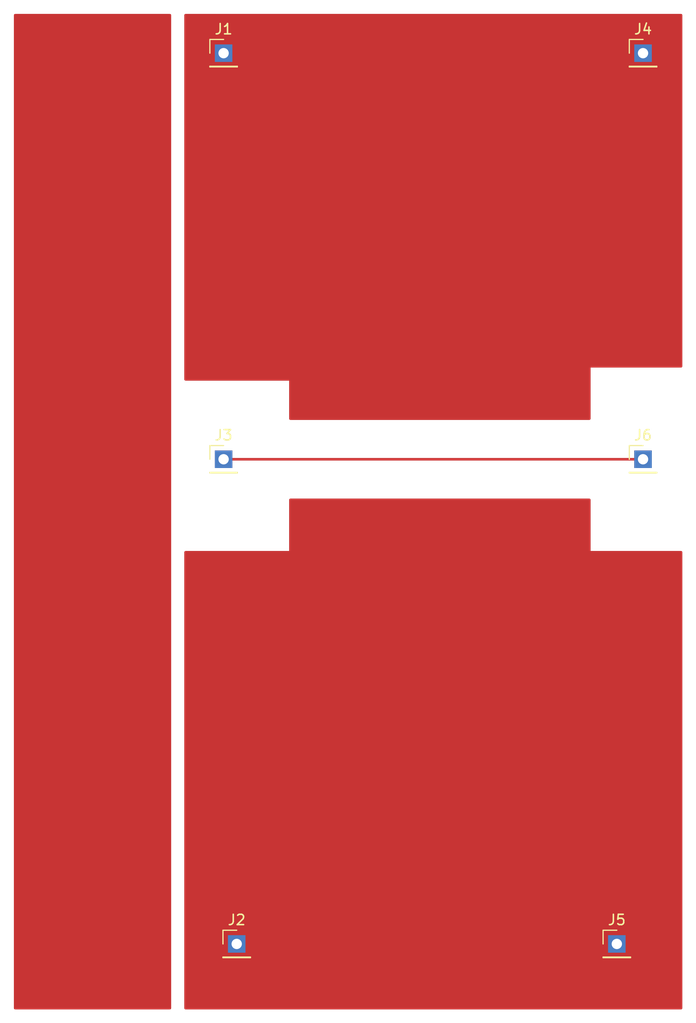
<source format=kicad_pcb>
(kicad_pcb (version 20171130) (host pcbnew 5.1.10)

  (general
    (thickness 1.6)
    (drawings 12)
    (tracks 1)
    (zones 0)
    (modules 6)
    (nets 4)
  )

  (page A4)
  (layers
    (0 F.Cu signal)
    (31 B.Cu signal)
    (32 B.Adhes user)
    (33 F.Adhes user)
    (34 B.Paste user)
    (35 F.Paste user)
    (36 B.SilkS user)
    (37 F.SilkS user)
    (38 B.Mask user)
    (39 F.Mask user)
    (40 Dwgs.User user)
    (41 Cmts.User user)
    (42 Eco1.User user)
    (43 Eco2.User user)
    (44 Edge.Cuts user)
    (45 Margin user)
    (46 B.CrtYd user)
    (47 F.CrtYd user)
    (48 B.Fab user)
    (49 F.Fab user)
  )

  (setup
    (last_trace_width 0.25)
    (trace_clearance 0.2)
    (zone_clearance 0.508)
    (zone_45_only no)
    (trace_min 0.2)
    (via_size 0.8)
    (via_drill 0.4)
    (via_min_size 0.4)
    (via_min_drill 0.3)
    (uvia_size 0.3)
    (uvia_drill 0.1)
    (uvias_allowed no)
    (uvia_min_size 0.2)
    (uvia_min_drill 0.1)
    (edge_width 0.05)
    (segment_width 0.2)
    (pcb_text_width 0.3)
    (pcb_text_size 1.5 1.5)
    (mod_edge_width 0.12)
    (mod_text_size 1 1)
    (mod_text_width 0.15)
    (pad_size 1.524 1.524)
    (pad_drill 0.762)
    (pad_to_mask_clearance 0)
    (aux_axis_origin 0 0)
    (visible_elements FFFFFF7F)
    (pcbplotparams
      (layerselection 0x010fc_ffffffff)
      (usegerberextensions false)
      (usegerberattributes true)
      (usegerberadvancedattributes true)
      (creategerberjobfile true)
      (excludeedgelayer true)
      (linewidth 0.100000)
      (plotframeref false)
      (viasonmask false)
      (mode 1)
      (useauxorigin false)
      (hpglpennumber 1)
      (hpglpenspeed 20)
      (hpglpendiameter 15.000000)
      (psnegative false)
      (psa4output false)
      (plotreference true)
      (plotvalue true)
      (plotinvisibletext false)
      (padsonsilk false)
      (subtractmaskfromsilk false)
      (outputformat 1)
      (mirror false)
      (drillshape 1)
      (scaleselection 1)
      (outputdirectory ""))
  )

  (net 0 "")
  (net 1 "Net-(J1-Pad1)")
  (net 2 "Net-(J2-Pad1)")
  (net 3 "Net-(J3-Pad1)")

  (net_class Default "This is the default net class."
    (clearance 0.2)
    (trace_width 0.25)
    (via_dia 0.8)
    (via_drill 0.4)
    (uvia_dia 0.3)
    (uvia_drill 0.1)
    (add_net "Net-(J1-Pad1)")
    (add_net "Net-(J2-Pad1)")
    (add_net "Net-(J3-Pad1)")
  )

  (module Connector_PinHeader_2.54mm:PinHeader_1x01_P2.54mm_Vertical (layer F.Cu) (tedit 59FED5CC) (tstamp 60F73320)
    (at 96.52 69.85)
    (descr "Through hole straight pin header, 1x01, 2.54mm pitch, single row")
    (tags "Through hole pin header THT 1x01 2.54mm single row")
    (path /60F7029B)
    (fp_text reference J6 (at 0 -2.33) (layer F.SilkS)
      (effects (font (size 1 1) (thickness 0.15)))
    )
    (fp_text value PS_ON (at 0 2.33) (layer F.Fab)
      (effects (font (size 1 1) (thickness 0.15)))
    )
    (fp_line (start 1.8 -1.8) (end -1.8 -1.8) (layer F.CrtYd) (width 0.05))
    (fp_line (start 1.8 1.8) (end 1.8 -1.8) (layer F.CrtYd) (width 0.05))
    (fp_line (start -1.8 1.8) (end 1.8 1.8) (layer F.CrtYd) (width 0.05))
    (fp_line (start -1.8 -1.8) (end -1.8 1.8) (layer F.CrtYd) (width 0.05))
    (fp_line (start -1.33 -1.33) (end 0 -1.33) (layer F.SilkS) (width 0.12))
    (fp_line (start -1.33 0) (end -1.33 -1.33) (layer F.SilkS) (width 0.12))
    (fp_line (start -1.33 1.27) (end 1.33 1.27) (layer F.SilkS) (width 0.12))
    (fp_line (start 1.33 1.27) (end 1.33 1.33) (layer F.SilkS) (width 0.12))
    (fp_line (start -1.33 1.27) (end -1.33 1.33) (layer F.SilkS) (width 0.12))
    (fp_line (start -1.33 1.33) (end 1.33 1.33) (layer F.SilkS) (width 0.12))
    (fp_line (start -1.27 -0.635) (end -0.635 -1.27) (layer F.Fab) (width 0.1))
    (fp_line (start -1.27 1.27) (end -1.27 -0.635) (layer F.Fab) (width 0.1))
    (fp_line (start 1.27 1.27) (end -1.27 1.27) (layer F.Fab) (width 0.1))
    (fp_line (start 1.27 -1.27) (end 1.27 1.27) (layer F.Fab) (width 0.1))
    (fp_line (start -0.635 -1.27) (end 1.27 -1.27) (layer F.Fab) (width 0.1))
    (fp_text user %R (at 0 0 90) (layer F.Fab)
      (effects (font (size 1 1) (thickness 0.15)))
    )
    (pad 1 thru_hole rect (at 0 0) (size 1.7 1.7) (drill 1) (layers *.Cu *.Mask)
      (net 3 "Net-(J3-Pad1)"))
    (model ${KISYS3DMOD}/Connector_PinHeader_2.54mm.3dshapes/PinHeader_1x01_P2.54mm_Vertical.wrl
      (at (xyz 0 0 0))
      (scale (xyz 1 1 1))
      (rotate (xyz 0 0 0))
    )
  )

  (module Connector_PinHeader_2.54mm:PinHeader_1x01_P2.54mm_Vertical (layer F.Cu) (tedit 59FED5CC) (tstamp 60F73006)
    (at 93.98 116.84)
    (descr "Through hole straight pin header, 1x01, 2.54mm pitch, single row")
    (tags "Through hole pin header THT 1x01 2.54mm single row")
    (path /60F70295)
    (fp_text reference J5 (at 0 -2.33) (layer F.SilkS)
      (effects (font (size 1 1) (thickness 0.15)))
    )
    (fp_text value GNDOut (at 0 2.33) (layer F.Fab)
      (effects (font (size 1 1) (thickness 0.15)))
    )
    (fp_line (start 1.8 -1.8) (end -1.8 -1.8) (layer F.CrtYd) (width 0.05))
    (fp_line (start 1.8 1.8) (end 1.8 -1.8) (layer F.CrtYd) (width 0.05))
    (fp_line (start -1.8 1.8) (end 1.8 1.8) (layer F.CrtYd) (width 0.05))
    (fp_line (start -1.8 -1.8) (end -1.8 1.8) (layer F.CrtYd) (width 0.05))
    (fp_line (start -1.33 -1.33) (end 0 -1.33) (layer F.SilkS) (width 0.12))
    (fp_line (start -1.33 0) (end -1.33 -1.33) (layer F.SilkS) (width 0.12))
    (fp_line (start -1.33 1.27) (end 1.33 1.27) (layer F.SilkS) (width 0.12))
    (fp_line (start 1.33 1.27) (end 1.33 1.33) (layer F.SilkS) (width 0.12))
    (fp_line (start -1.33 1.27) (end -1.33 1.33) (layer F.SilkS) (width 0.12))
    (fp_line (start -1.33 1.33) (end 1.33 1.33) (layer F.SilkS) (width 0.12))
    (fp_line (start -1.27 -0.635) (end -0.635 -1.27) (layer F.Fab) (width 0.1))
    (fp_line (start -1.27 1.27) (end -1.27 -0.635) (layer F.Fab) (width 0.1))
    (fp_line (start 1.27 1.27) (end -1.27 1.27) (layer F.Fab) (width 0.1))
    (fp_line (start 1.27 -1.27) (end 1.27 1.27) (layer F.Fab) (width 0.1))
    (fp_line (start -0.635 -1.27) (end 1.27 -1.27) (layer F.Fab) (width 0.1))
    (fp_text user %R (at 0 0 90) (layer F.Fab)
      (effects (font (size 1 1) (thickness 0.15)))
    )
    (pad 1 thru_hole rect (at 0 0) (size 1.7 1.7) (drill 1) (layers *.Cu *.Mask)
      (net 2 "Net-(J2-Pad1)"))
    (model ${KISYS3DMOD}/Connector_PinHeader_2.54mm.3dshapes/PinHeader_1x01_P2.54mm_Vertical.wrl
      (at (xyz 0 0 0))
      (scale (xyz 1 1 1))
      (rotate (xyz 0 0 0))
    )
  )

  (module Connector_PinHeader_2.54mm:PinHeader_1x01_P2.54mm_Vertical (layer F.Cu) (tedit 59FED5CC) (tstamp 60F72FF1)
    (at 96.52 30.48)
    (descr "Through hole straight pin header, 1x01, 2.54mm pitch, single row")
    (tags "Through hole pin header THT 1x01 2.54mm single row")
    (path /60F7028F)
    (fp_text reference J4 (at 0 -2.33) (layer F.SilkS)
      (effects (font (size 1 1) (thickness 0.15)))
    )
    (fp_text value 12VOut (at 0 2.33) (layer F.Fab)
      (effects (font (size 1 1) (thickness 0.15)))
    )
    (fp_line (start 1.8 -1.8) (end -1.8 -1.8) (layer F.CrtYd) (width 0.05))
    (fp_line (start 1.8 1.8) (end 1.8 -1.8) (layer F.CrtYd) (width 0.05))
    (fp_line (start -1.8 1.8) (end 1.8 1.8) (layer F.CrtYd) (width 0.05))
    (fp_line (start -1.8 -1.8) (end -1.8 1.8) (layer F.CrtYd) (width 0.05))
    (fp_line (start -1.33 -1.33) (end 0 -1.33) (layer F.SilkS) (width 0.12))
    (fp_line (start -1.33 0) (end -1.33 -1.33) (layer F.SilkS) (width 0.12))
    (fp_line (start -1.33 1.27) (end 1.33 1.27) (layer F.SilkS) (width 0.12))
    (fp_line (start 1.33 1.27) (end 1.33 1.33) (layer F.SilkS) (width 0.12))
    (fp_line (start -1.33 1.27) (end -1.33 1.33) (layer F.SilkS) (width 0.12))
    (fp_line (start -1.33 1.33) (end 1.33 1.33) (layer F.SilkS) (width 0.12))
    (fp_line (start -1.27 -0.635) (end -0.635 -1.27) (layer F.Fab) (width 0.1))
    (fp_line (start -1.27 1.27) (end -1.27 -0.635) (layer F.Fab) (width 0.1))
    (fp_line (start 1.27 1.27) (end -1.27 1.27) (layer F.Fab) (width 0.1))
    (fp_line (start 1.27 -1.27) (end 1.27 1.27) (layer F.Fab) (width 0.1))
    (fp_line (start -0.635 -1.27) (end 1.27 -1.27) (layer F.Fab) (width 0.1))
    (fp_text user %R (at 1.7 0.43 90) (layer F.Fab)
      (effects (font (size 1 1) (thickness 0.15)))
    )
    (pad 1 thru_hole rect (at 0 0) (size 1.7 1.7) (drill 1) (layers *.Cu *.Mask)
      (net 1 "Net-(J1-Pad1)"))
    (model ${KISYS3DMOD}/Connector_PinHeader_2.54mm.3dshapes/PinHeader_1x01_P2.54mm_Vertical.wrl
      (at (xyz 0 0 0))
      (scale (xyz 1 1 1))
      (rotate (xyz 0 0 0))
    )
  )

  (module Connector_PinHeader_2.54mm:PinHeader_1x01_P2.54mm_Vertical (layer F.Cu) (tedit 59FED5CC) (tstamp 60F72FDC)
    (at 55.88 69.85)
    (descr "Through hole straight pin header, 1x01, 2.54mm pitch, single row")
    (tags "Through hole pin header THT 1x01 2.54mm single row")
    (path /60F6E2D8)
    (fp_text reference J3 (at 0 -2.33) (layer F.SilkS)
      (effects (font (size 1 1) (thickness 0.15)))
    )
    (fp_text value PS_ON (at 0 2.33) (layer F.Fab)
      (effects (font (size 1 1) (thickness 0.15)))
    )
    (fp_line (start 1.8 -1.8) (end -1.8 -1.8) (layer F.CrtYd) (width 0.05))
    (fp_line (start 1.8 1.8) (end 1.8 -1.8) (layer F.CrtYd) (width 0.05))
    (fp_line (start -1.8 1.8) (end 1.8 1.8) (layer F.CrtYd) (width 0.05))
    (fp_line (start -1.8 -1.8) (end -1.8 1.8) (layer F.CrtYd) (width 0.05))
    (fp_line (start -1.33 -1.33) (end 0 -1.33) (layer F.SilkS) (width 0.12))
    (fp_line (start -1.33 0) (end -1.33 -1.33) (layer F.SilkS) (width 0.12))
    (fp_line (start -1.33 1.27) (end 1.33 1.27) (layer F.SilkS) (width 0.12))
    (fp_line (start 1.33 1.27) (end 1.33 1.33) (layer F.SilkS) (width 0.12))
    (fp_line (start -1.33 1.27) (end -1.33 1.33) (layer F.SilkS) (width 0.12))
    (fp_line (start -1.33 1.33) (end 1.33 1.33) (layer F.SilkS) (width 0.12))
    (fp_line (start -1.27 -0.635) (end -0.635 -1.27) (layer F.Fab) (width 0.1))
    (fp_line (start -1.27 1.27) (end -1.27 -0.635) (layer F.Fab) (width 0.1))
    (fp_line (start 1.27 1.27) (end -1.27 1.27) (layer F.Fab) (width 0.1))
    (fp_line (start 1.27 -1.27) (end 1.27 1.27) (layer F.Fab) (width 0.1))
    (fp_line (start -0.635 -1.27) (end 1.27 -1.27) (layer F.Fab) (width 0.1))
    (fp_text user %R (at 0 0 90) (layer F.Fab)
      (effects (font (size 1 1) (thickness 0.15)))
    )
    (pad 1 thru_hole rect (at 0 0) (size 1.7 1.7) (drill 1) (layers *.Cu *.Mask)
      (net 3 "Net-(J3-Pad1)"))
    (model ${KISYS3DMOD}/Connector_PinHeader_2.54mm.3dshapes/PinHeader_1x01_P2.54mm_Vertical.wrl
      (at (xyz 0 0 0))
      (scale (xyz 1 1 1))
      (rotate (xyz 0 0 0))
    )
  )

  (module Connector_PinHeader_2.54mm:PinHeader_1x01_P2.54mm_Vertical (layer F.Cu) (tedit 59FED5CC) (tstamp 60F73266)
    (at 57.15 116.84)
    (descr "Through hole straight pin header, 1x01, 2.54mm pitch, single row")
    (tags "Through hole pin header THT 1x01 2.54mm single row")
    (path /60F6DEAB)
    (fp_text reference J2 (at 0 -2.33) (layer F.SilkS)
      (effects (font (size 1 1) (thickness 0.15)))
    )
    (fp_text value GNDIn (at 0 2.33) (layer F.Fab)
      (effects (font (size 1 1) (thickness 0.15)))
    )
    (fp_line (start 1.8 -1.8) (end -1.8 -1.8) (layer F.CrtYd) (width 0.05))
    (fp_line (start 1.8 1.8) (end 1.8 -1.8) (layer F.CrtYd) (width 0.05))
    (fp_line (start -1.8 1.8) (end 1.8 1.8) (layer F.CrtYd) (width 0.05))
    (fp_line (start -1.8 -1.8) (end -1.8 1.8) (layer F.CrtYd) (width 0.05))
    (fp_line (start -1.33 -1.33) (end 0 -1.33) (layer F.SilkS) (width 0.12))
    (fp_line (start -1.33 0) (end -1.33 -1.33) (layer F.SilkS) (width 0.12))
    (fp_line (start -1.33 1.27) (end 1.33 1.27) (layer F.SilkS) (width 0.12))
    (fp_line (start 1.33 1.27) (end 1.33 1.33) (layer F.SilkS) (width 0.12))
    (fp_line (start -1.33 1.27) (end -1.33 1.33) (layer F.SilkS) (width 0.12))
    (fp_line (start -1.33 1.33) (end 1.33 1.33) (layer F.SilkS) (width 0.12))
    (fp_line (start -1.27 -0.635) (end -0.635 -1.27) (layer F.Fab) (width 0.1))
    (fp_line (start -1.27 1.27) (end -1.27 -0.635) (layer F.Fab) (width 0.1))
    (fp_line (start 1.27 1.27) (end -1.27 1.27) (layer F.Fab) (width 0.1))
    (fp_line (start 1.27 -1.27) (end 1.27 1.27) (layer F.Fab) (width 0.1))
    (fp_line (start -0.635 -1.27) (end 1.27 -1.27) (layer F.Fab) (width 0.1))
    (fp_text user %R (at 0 0 90) (layer F.Fab)
      (effects (font (size 1 1) (thickness 0.15)))
    )
    (pad 1 thru_hole rect (at 0 0) (size 1.7 1.7) (drill 1) (layers *.Cu *.Mask)
      (net 2 "Net-(J2-Pad1)"))
    (model ${KISYS3DMOD}/Connector_PinHeader_2.54mm.3dshapes/PinHeader_1x01_P2.54mm_Vertical.wrl
      (at (xyz 0 0 0))
      (scale (xyz 1 1 1))
      (rotate (xyz 0 0 0))
    )
  )

  (module Connector_PinHeader_2.54mm:PinHeader_1x01_P2.54mm_Vertical (layer F.Cu) (tedit 59FED5CC) (tstamp 60F73200)
    (at 55.88 30.48)
    (descr "Through hole straight pin header, 1x01, 2.54mm pitch, single row")
    (tags "Through hole pin header THT 1x01 2.54mm single row")
    (path /60F6D2FD)
    (fp_text reference J1 (at 0 -2.33) (layer F.SilkS)
      (effects (font (size 1 1) (thickness 0.15)))
    )
    (fp_text value 12VIn (at 0 2.33) (layer F.Fab)
      (effects (font (size 1 1) (thickness 0.15)))
    )
    (fp_line (start 1.8 -1.8) (end -1.8 -1.8) (layer F.CrtYd) (width 0.05))
    (fp_line (start 1.8 1.8) (end 1.8 -1.8) (layer F.CrtYd) (width 0.05))
    (fp_line (start -1.8 1.8) (end 1.8 1.8) (layer F.CrtYd) (width 0.05))
    (fp_line (start -1.8 -1.8) (end -1.8 1.8) (layer F.CrtYd) (width 0.05))
    (fp_line (start -1.33 -1.33) (end 0 -1.33) (layer F.SilkS) (width 0.12))
    (fp_line (start -1.33 0) (end -1.33 -1.33) (layer F.SilkS) (width 0.12))
    (fp_line (start -1.33 1.27) (end 1.33 1.27) (layer F.SilkS) (width 0.12))
    (fp_line (start 1.33 1.27) (end 1.33 1.33) (layer F.SilkS) (width 0.12))
    (fp_line (start -1.33 1.27) (end -1.33 1.33) (layer F.SilkS) (width 0.12))
    (fp_line (start -1.33 1.33) (end 1.33 1.33) (layer F.SilkS) (width 0.12))
    (fp_line (start -1.27 -0.635) (end -0.635 -1.27) (layer F.Fab) (width 0.1))
    (fp_line (start -1.27 1.27) (end -1.27 -0.635) (layer F.Fab) (width 0.1))
    (fp_line (start 1.27 1.27) (end -1.27 1.27) (layer F.Fab) (width 0.1))
    (fp_line (start 1.27 -1.27) (end 1.27 1.27) (layer F.Fab) (width 0.1))
    (fp_line (start -0.635 -1.27) (end 1.27 -1.27) (layer F.Fab) (width 0.1))
    (fp_text user %R (at 0 0 90) (layer F.Fab)
      (effects (font (size 1 1) (thickness 0.15)))
    )
    (pad 1 thru_hole rect (at 0 0) (size 1.7 1.7) (drill 1) (layers *.Cu *.Mask)
      (net 1 "Net-(J1-Pad1)"))
    (model ${KISYS3DMOD}/Connector_PinHeader_2.54mm.3dshapes/PinHeader_1x01_P2.54mm_Vertical.wrl
      (at (xyz 0 0 0))
      (scale (xyz 1 1 1))
      (rotate (xyz 0 0 0))
    )
  )

  (gr_circle (center 43.18 105.41) (end 44.45 107.95) (layer Dwgs.User) (width 0.15))
  (gr_circle (center 43.18 44.45) (end 45.72 44.45) (layer Dwgs.User) (width 0.15))
  (gr_line (start 35.56 107.95) (end 35.56 41.91) (layer Dwgs.User) (width 0.15) (tstamp 60F6FCB8))
  (gr_line (start 50.8 107.95) (end 35.56 107.95) (layer Dwgs.User) (width 0.15))
  (gr_line (start 50.8 41.91) (end 50.8 107.95) (layer Dwgs.User) (width 0.15))
  (gr_line (start 35.56 41.91) (end 50.8 41.91) (layer Dwgs.User) (width 0.15))
  (gr_line (start 34.29 25.4) (end 50.8 25.4) (layer Dwgs.User) (width 0.15) (tstamp 60F6FCA0))
  (gr_line (start 34.29 124.46) (end 34.29 25.4) (layer Dwgs.User) (width 0.15))
  (gr_line (start 50.8 124.46) (end 34.29 124.46) (layer Dwgs.User) (width 0.15))
  (gr_line (start 101.6 25.4) (end 50.8 25.4) (layer Dwgs.User) (width 0.15) (tstamp 60F73094))
  (gr_line (start 101.6 124.46) (end 101.6 25.4) (layer Dwgs.User) (width 0.15))
  (gr_line (start 50.8 124.46) (end 101.6 124.46) (layer Dwgs.User) (width 0.15))

  (segment (start 55.88 69.85) (end 96.52 69.85) (width 0.25) (layer F.Cu) (net 3))

  (zone (net 1) (net_name "Net-(J1-Pad1)") (layer F.Cu) (tstamp 0) (hatch edge 0.508)
    (connect_pads yes (clearance 0.508))
    (min_thickness 0.254)
    (fill yes (arc_segments 32) (thermal_gap 0.508) (thermal_bridge_width 0.508))
    (polygon
      (pts
        (xy 100.33 66.04) (xy 52.07 66.04) (xy 52.07 26.67) (xy 100.33 26.67)
      )
    )
    (filled_polygon
      (pts
        (xy 100.203 60.833) (xy 91.44 60.833) (xy 91.415224 60.83544) (xy 91.391399 60.842667) (xy 91.369443 60.854403)
        (xy 91.350197 60.870197) (xy 91.334403 60.889443) (xy 91.322667 60.911399) (xy 91.31544 60.935224) (xy 91.313 60.96)
        (xy 91.313 65.913) (xy 62.357 65.913) (xy 62.357 62.23) (xy 62.35456 62.205224) (xy 62.347333 62.181399)
        (xy 62.335597 62.159443) (xy 62.319803 62.140197) (xy 62.300557 62.124403) (xy 62.278601 62.112667) (xy 62.254776 62.10544)
        (xy 62.23 62.103) (xy 52.197 62.103) (xy 52.197 26.797) (xy 100.203 26.797)
      )
    )
  )
  (zone (net 2) (net_name "Net-(J2-Pad1)") (layer F.Cu) (tstamp 0) (hatch edge 0.508)
    (connect_pads yes (clearance 0.508))
    (min_thickness 0.254)
    (fill yes (arc_segments 32) (thermal_gap 0.508) (thermal_bridge_width 0.508))
    (polygon
      (pts
        (xy 100.33 123.19) (xy 52.07 123.19) (xy 52.07 73.66) (xy 100.33 73.66)
      )
    )
    (filled_polygon
      (pts
        (xy 91.313 78.74) (xy 91.31544 78.764776) (xy 91.322667 78.788601) (xy 91.334403 78.810557) (xy 91.350197 78.829803)
        (xy 91.369443 78.845597) (xy 91.391399 78.857333) (xy 91.415224 78.86456) (xy 91.44 78.867) (xy 100.203 78.867)
        (xy 100.203 123.063) (xy 52.197 123.063) (xy 52.197 78.867) (xy 62.23 78.867) (xy 62.254776 78.86456)
        (xy 62.278601 78.857333) (xy 62.300557 78.845597) (xy 62.319803 78.829803) (xy 62.335597 78.810557) (xy 62.347333 78.788601)
        (xy 62.35456 78.764776) (xy 62.357 78.74) (xy 62.357 73.787) (xy 91.313 73.787)
      )
    )
  )
  (zone (net 0) (net_name "") (layer F.Cu) (tstamp 0) (hatch edge 0.508)
    (connect_pads (clearance 0.508))
    (min_thickness 0.254)
    (keepout (tracks allowed) (vias allowed) (copperpour not_allowed))
    (fill (arc_segments 32) (thermal_gap 0.508) (thermal_bridge_width 0.508))
    (polygon
      (pts
        (xy 62.23 78.74) (xy 52.07 78.74) (xy 52.07 62.23) (xy 62.23 62.23)
      )
    )
  )
  (zone (net 0) (net_name "") (layer F.Cu) (tstamp 0) (hatch edge 0.508)
    (connect_pads (clearance 0.508))
    (min_thickness 0.254)
    (keepout (tracks allowed) (vias allowed) (copperpour not_allowed))
    (fill (arc_segments 32) (thermal_gap 0.508) (thermal_bridge_width 0.508))
    (polygon
      (pts
        (xy 100.33 78.74) (xy 91.44 78.74) (xy 91.44 60.96) (xy 100.33 60.96)
      )
    )
  )
  (zone (net 0) (net_name "") (layer F.Cu) (tstamp 0) (hatch edge 0.508)
    (connect_pads (clearance 0.508))
    (min_thickness 0.254)
    (fill yes (arc_segments 32) (thermal_gap 0.508) (thermal_bridge_width 0.508))
    (polygon
      (pts
        (xy 50.8 123.19) (xy 35.56 123.19) (xy 35.56 26.67) (xy 50.8 26.67)
      )
    )
    (filled_polygon
      (pts
        (xy 50.673 123.063) (xy 35.687 123.063) (xy 35.687 26.797) (xy 50.673 26.797)
      )
    )
  )
)

</source>
